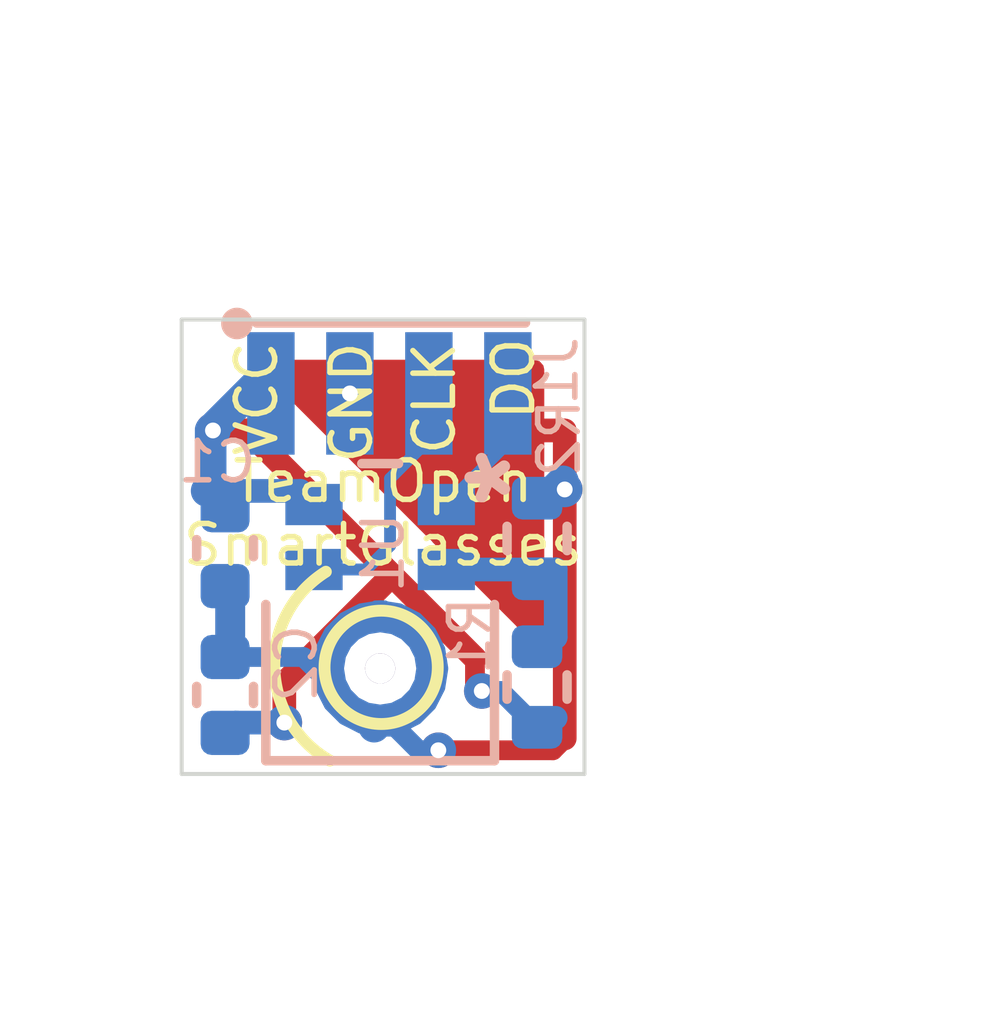
<source format=kicad_pcb>
(kicad_pcb (version 20211014) (generator pcbnew)
  (title_block (company "Parkview Research Labs"))
  (layers (0 "F.Cu" signal) (31 "B.Cu" signal) (34 "B.Paste" user) (35 "F.Paste" user) (36 "B.SilkS" user "B.Silkscreen") (37 "F.SilkS" user "F.Silkscreen") (38 "B.Mask" user) (39 "F.Mask" user) (44 "Edge.Cuts" user))
  (net 0 "")
  (net 1 "Net-(C1-Pad2)")
  (net 2 "GND")
  (net 3 "Net-(R1-Pad2)")
  (net 4 "Net-(J1-Pad4)")
  (net 5 "Net-(J1-Pad3)")
  (footprint "Pauls_KiCAD_Libraries:Microhone_Graphic_sml" (layer "F.Cu") (at 150.876 96.1009 180)
    (fp_text reference "G1" hide)
    (fp_text value "Microphone_Graphic")
    (fp_arc (start 0.649207 -1.180369) (mid 1.352524 0.00041) (end 0.7 1.21) (layer "F.SilkS") (width 0.15))
    (fp_circle (center 0 0) (end 0.71 -0.1) (layer "F.SilkS") (width 0.15) (fill none))
  )
  (footprint "OSSG_footprints_endpiece:Solder-4P-Connector" (layer "B.Cu") (at 150.95 92.65)
    (fp_text reference "J1" (at 2.15 -0.3 270) (layer "B.SilkS") (effects (font (size 0.5 0.5) (thickness 0.07)) (justify mirror)))
    (fp_text value "PDM Mic")
    (fp_line (start -1.65 -0.91) (end 1.75 -0.91) (layer "B.SilkS") (width 0.127))
    (fp_circle (center -1.9 -0.9) (end -1.8 -0.9) (layer "B.SilkS") (width 0.2) (fill none))
    (pad "1" smd rect (at -1.47 -0.015) (size 0.6 1.55) (layers "B.Cu" "B.Paste" "B.Mask") (net 1 "Net-(C1-Pad2)"))
    (pad "2" smd rect (at -0.47 -0.015) (size 0.6 1.55) (layers "B.Cu" "B.Paste" "B.Mask") (net 2 "GND"))
    (pad "3" smd rect (at 0.53 -0.015) (size 0.6 1.55) (layers "B.Cu" "B.Paste" "B.Mask") (net 5 "Net-(J1-Pad3)"))
    (pad "4" smd rect (at 1.53 -0.015) (size 0.6 1.55) (layers "B.Cu" "B.Paste" "B.Mask") (net 4 "Net-(J1-Pad4)"))
  )
  (footprint "OSSG_footprints_endpiece:MP23DB01HPTR" (layer "B.Cu") (at 150.8633 95.4024 90)
    (fp_text reference "U1" (at 0.7524 0.0367 270) (layer "B.SilkS") (effects (font (size 0.5 0.5) (thickness 0.07)) (justify mirror)))
    (fp_text value "MIC" hide)
    (fp_text user "*" (at 1.7024 1.6867 270) (layer "B.SilkS") (effects (justify mirror)))
    (fp_line (start 1.8796 -0.232645) (end 1.8796 0.232645) (layer "B.SilkS") (width 0.12))
    (fp_line (start 0.097167 1.4478) (end -1.8796 1.4478) (layer "B.SilkS") (width 0.12))
    (fp_line (start -1.8796 1.4478) (end -1.8796 -1.4478) (layer "B.SilkS") (width 0.12))
    (fp_line (start -1.8796 -1.4478) (end 0.097167 -1.4478) (layer "B.SilkS") (width 0.12))
    (pad "1" smd rect (at 1.3614 0.837747) (size 0.725 0.522) (layers "B.Cu" "B.Paste" "B.Mask") (net 4 "Net-(J1-Pad4)"))
    (pad "2" smd rect (at 0.5394 0.837747) (size 0.725 0.522) (layers "B.Cu" "B.Paste" "B.Mask") (net 3 "Net-(R1-Pad2)"))
    (pad "3" smd custom (at -1.373 0 90) (size 0.0508 0.0508) (layers "B.Cu" "B.Paste" "B.Mask") (net 2 "GND") (options (clearance outline) (anchor rect)) (primitives (gr_poly (pts (xy 1.470107 0.07084) (xy 1.4732 0) (xy 1.433419 -0.251169) (xy 1.317969 -0.477752) (xy 1.138152 -0.657569) (xy 0.911569 -0.773019) (xy 0.6604 -0.8128) (xy 0.409231 -0.773019) (xy 0.182648 -0.657569) (xy 0.002831 -0.477752) (xy -0.112619 -0.251169) (xy -0.1524 0) (xy -0.149307 0.07084) (xy 0.154333 0.044275) (xy 0.1524 0) (xy 0.177263 -0.156981) (xy 0.249419 -0.298595) (xy 0.361805 -0.410981) (xy 0.503419 -0.483137) (xy 0.6604 -0.508) (xy 0.817381 -0.483137) (xy 0.958995 -0.410981) (xy 1.071381 -0.298595) (xy 1.143537 -0.156981) (xy 1.1684 0) (xy 1.166467 0.044275)) (width 0.1) (fill yes)) (gr_poly (pts (xy 1.470107 -0.07084) (xy 1.4732 0) (xy 1.433419 0.251169) (xy 1.317969 0.477752) (xy 1.138152 0.657569) (xy 0.911569 0.773019) (xy 0.6604 0.8128) (xy 0.409231 0.773019) (xy 0.182648 0.657569) (xy 0.002831 0.477752) (xy -0.112619 0.251169) (xy -0.1524 0) (xy -0.149307 -0.07084) (xy 0.154333 -0.044275) (xy 0.1524 0) (xy 0.177263 0.156981) (xy 0.249419 0.298595) (xy 0.361805 0.410981) (xy 0.503419 0.483137) (xy 0.6604 0.508) (xy 0.817381 0.483137) (xy 0.958995 0.410981) (xy 1.071381 0.298595) (xy 1.143537 0.156981) (xy 1.1684 0) (xy 1.166467 -0.044275)) (width 0.1) (fill yes))))
    (pad "4" smd rect (at 0.5394 -0.837747) (size 0.725 0.522) (layers "B.Cu" "B.Paste" "B.Mask") (net 5 "Net-(J1-Pad3)"))
    (pad "5" smd rect (at 1.3614 -0.837747) (size 0.725 0.522) (layers "B.Cu" "B.Paste" "B.Mask") (net 1 "Net-(C1-Pad2)"))
    (pad "6" thru_hole circle (at -0.7126 0 90) (size 0.381 0.381) (drill 0.381) (layers *.Cu *.Mask))
  )
  (footprint "Capacitor_SMD:C_0402_1005Metric" (layer "B.Cu") (at 148.9 94.5932 90)
    (fp_text reference "C1" (at 1.0932 -0.1 180) (layer "B.SilkS") (effects (font (size 0.5 0.5) (thickness 0.07)) (justify mirror)))
    (fp_text value "100nF/C0G")
    (fp_line (start -0.107836 0.36) (end 0.107836 0.36) (layer "B.SilkS") (width 0.12))
    (fp_line (start -0.107836 -0.36) (end 0.107836 -0.36) (layer "B.SilkS") (width 0.12))
    (pad "1" smd roundrect locked (at -0.48 0 90) (size 0.56 0.62) (layers "B.Cu" "B.Paste" "B.Mask") (net 2 "GND"))
    (pad "2" smd roundrect locked (at 0.48 0 90) (size 0.56 0.62) (layers "B.Cu" "B.Paste" "B.Mask") (net 1 "Net-(C1-Pad2)"))
  )
  (footprint "Capacitor_SMD:C_0402_1005Metric" (layer "B.Cu") (at 148.9 96.45 -90)
    (fp_text reference "C2" (at -0.4 -0.9 -90) (layer "B.SilkS") (effects (font (size 0.5 0.5) (thickness 0.07)) (justify mirror)))
    (fp_text value "1uF/C0G")
    (fp_line (start -0.107836 0.36) (end 0.107836 0.36) (layer "B.SilkS") (width 0.12))
    (fp_line (start -0.107836 -0.36) (end 0.107836 -0.36) (layer "B.SilkS") (width 0.12))
    (pad "1" smd roundrect locked (at -0.48 0 270) (size 0.56 0.62) (layers "B.Cu" "B.Paste" "B.Mask") (net 2 "GND"))
    (pad "2" smd roundrect locked (at 0.48 0 270) (size 0.56 0.62) (layers "B.Cu" "B.Paste" "B.Mask") (net 1 "Net-(C1-Pad2)"))
  )
  (footprint "Resistor_SMD:R_0402_1005Metric" (layer "B.Cu") (at 152.85 96.35 90)
    (fp_text reference "R1" (at 0.65 -0.85 270) (layer "B.SilkS") (effects (font (size 0.5 0.5) (thickness 0.07)) (justify mirror)))
    (fp_text value "10K*")
    (fp_line (start -0.153641 0.38) (end 0.153641 0.38) (layer "B.SilkS") (width 0.12))
    (fp_line (start -0.153641 -0.38) (end 0.153641 -0.38) (layer "B.SilkS") (width 0.12))
    (pad "1" smd roundrect locked (at -0.51 0 90) (size 0.54 0.64) (layers "B.Cu" "B.Paste" "B.Mask") (net 1 "Net-(C1-Pad2)"))
    (pad "2" smd roundrect locked (at 0.51 0 90) (size 0.54 0.64) (layers "B.Cu" "B.Paste" "B.Mask") (net 3 "Net-(R1-Pad2)"))
  )
  (footprint "Resistor_SMD:R_0402_1005Metric" (layer "B.Cu") (at 152.850001 94.4704 90)
    (fp_text reference "R2" (at 1.2704 0.279399 270) (layer "B.SilkS") (effects (font (size 0.5 0.5) (thickness 0.07)) (justify mirror)))
    (fp_text value "10K*")
    (fp_line (start -0.153641 0.38) (end 0.153641 0.38) (layer "B.SilkS") (width 0.12))
    (fp_line (start -0.153641 -0.38) (end 0.153641 -0.38) (layer "B.SilkS") (width 0.12))
    (pad "1" smd roundrect locked (at -0.51 0 90) (size 0.54 0.64) (layers "B.Cu" "B.Paste" "B.Mask") (net 3 "Net-(R1-Pad2)"))
    (pad "2" smd roundrect locked (at 0.51 0 90) (size 0.54 0.64) (layers "B.Cu" "B.Paste" "B.Mask") (net 2 "GND"))
  )
  (gr_line (start 148.35 97.45) (end 148.35 91.7) (layer "Edge.Cuts") (width 0.05))
  (gr_line (start 153.45 97.45) (end 148.35 97.45) (layer "Edge.Cuts") (width 0.05))
  (gr_line (start 153.45 91.7) (end 153.45 97.45) (layer "Edge.Cuts") (width 0.05))
  (gr_line (start 148.35 91.7) (end 153.45 91.7) (layer "Edge.Cuts") (width 0.05))
  (gr_text "GND" (at 150.5 92.75 90) (layer "F.SilkS") (effects (font (size 0.5 0.5) (thickness 0.07))))
  (gr_text "CLK" (at 151.55 92.7 90) (layer "F.SilkS") (effects (font (size 0.5 0.5) (thickness 0.07))))
  (gr_text "DO" (at 152.5524 92.45 90) (layer "F.SilkS") (effects (font (size 0.5 0.5) (thickness 0.07))))
  (gr_text "VCC" (at 149.3 92.7 90) (layer "F.SilkS") (effects (font (size 0.5 0.5) (thickness 0.07))))
  (gr_text "TeamOpen\nSmartGlasses" (at 150.9 94.15) (layer "F.SilkS") (effects (font (size 0.5 0.5) (thickness 0.07))))
  (segment (start 151.013692 94.936308) (end 152.063692 95.986308) (width 0.3) (layer "F.Cu") (net 1))
  (segment (start 151.013692 94.936308) (end 149.65 96.3) (width 0.3) (layer "F.Cu") (net 1))
  (segment (start 149.285592 93.208208) (end 151.013692 94.936308) (width 0.3) (layer "F.Cu") (net 1))
  (segment (start 152.063692 95.986308) (end 152.063692 96.313692) (width 0.25) (layer "F.Cu") (net 1))
  (segment (start 148.7463 93.1037) (end 149.181084 93.1037) (width 0.3) (layer "F.Cu") (net 1))
  (segment (start 148.717 93.1037) (end 148.7463 93.1037) (width 0.3) (layer "F.Cu") (net 1))
  (segment (start 149.181084 93.1037) (end 149.285592 93.208208) (width 0.3) (layer "F.Cu") (net 1))
  (segment (start 149.65 96.3) (end 149.65 96.8) (width 0.3) (layer "F.Cu") (net 1))
  (segment (start 152.05 96) (end 152.063692 95.986308) (width 0.25) (layer "F.Cu") (net 1))
  (segment (start 152.063692 96.313692) (end 152.15 96.4) (width 0.25) (layer "F.Cu") (net 1))
  (via (at 149.65 96.8) (size 0.45) (drill 0.2) (layers "F.Cu" "B.Cu") (net 1))
  (via (at 148.7463 93.1037) (size 0.45) (drill 0.2) (layers "F.Cu" "B.Cu") (net 1))
  (via (at 152.15 96.4) (size 0.45) (drill 0.2) (layers "F.Cu" "B.Cu") (net 1))
  (segment (start 148.717 93.1037) (end 148.717 93.8175) (width 0.4) (layer "B.Cu") (net 1))
  (segment (start 149.65 96.8) (end 149.03 96.8) (width 0.3) (layer "B.Cu") (net 1))
  (segment (start 149.03 96.8) (end 148.9 96.93) (width 0.3) (layer "B.Cu") (net 1))
  (segment (start 149.4568 92.3639) (end 148.717 93.1037) (width 0.4) (layer "B.Cu") (net 1))
  (segment (start 148.717 93.8175) (end 148.6662 93.8683) (width 0.4) (layer "B.Cu") (net 1))
  (segment (start 152.15 96.4) (end 152.39 96.4) (width 0.25) (layer "B.Cu") (net 1))
  (segment (start 153.0858 96.7399) (end 152.698145 96.7399) (width 0.3) (layer "B.Cu") (net 1))
  (segment (start 149.4568 92.0854) (end 149.4568 92.3639) (width 0.4) (layer "B.Cu") (net 1))
  (segment (start 148.6662 93.8683) (end 149.852853 93.8683) (width 0.3) (layer "B.Cu") (net 1))
  (segment (start 149.852853 93.8683) (end 150.025553 94.041) (width 0.3) (layer "B.Cu") (net 1))
  (segment (start 152.39 96.4) (end 152.85 96.86) (width 0.25) (layer "B.Cu") (net 1))
  (segment (start 153.2001 93.1037) (end 150.5839 93.1037) (width 0.3) (layer "F.Cu") (net 2))
  (segment (start 153.2001 97.0001) (end 153.2001 93.8499) (width 0.3) (layer "F.Cu") (net 2))
  (segment (start 150.5839 93.1037) (end 150.5839 92.7389) (width 0.3) (layer "F.Cu") (net 2))
  (segment (start 150.5839 92.7389) (end 150.48 92.635) (width 0.3) (layer "F.Cu") (net 2))
  (segment (start 153.0502 97.15) (end 153.2001 97.0001) (width 0.25) (layer "F.Cu") (net 2))
  (segment (start 151.6 97.15) (end 153.0502 97.15) (width 0.25) (layer "F.Cu") (net 2))
  (segment (start 153.2001 93.8499) (end 153.2001 93.1037) (width 0.3) (layer "F.Cu") (net 2))
  (via (at 150.48 92.635) (size 0.45) (drill 0.2) (layers "F.Cu" "B.Cu") (net 2))
  (via (at 153.2001 93.8499) (size 0.45) (drill 0.2) (layers "F.Cu" "B.Cu") (net 2))
  (via (at 151.6 97.15) (size 0.45) (drill 0.2) (layers "F.Cu" "B.Cu") (net 2))
  (segment (start 148.9 95.0732) (end 148.9 95.97) (width 0.25) (layer "B.Cu") (net 2))
  (segment (start 153.178499 93.747602) (end 153.085801 93.8403) (width 0.4) (layer "B.Cu") (net 2))
  (segment (start 149.890954 95.97) (end 150.772554 96.8516) (width 0.25) (layer "B.Cu") (net 2))
  (segment (start 150.772554 96.8516) (end 150.7871 96.8516) (width 0.25) (layer "B.Cu") (net 2))
  (segment (start 151.35 97.15) (end 151.0516 96.8516) (width 0.25) (layer "B.Cu") (net 2))
  (segment (start 148.9 95.97) (end 149.890954 95.97) (width 0.25) (layer "B.Cu") (net 2))
  (segment (start 150.7871 96.8516) (end 150.8633 96.7754) (width 0.4) (layer "B.Cu") (net 2))
  (segment (start 153.142421 93.8403) (end 153.085801 93.8403) (width 0.4) (layer "B.Cu") (net 2))
  (segment (start 151.0516 96.8516) (end 150.7871 96.8516) (width 0.25) (layer "B.Cu") (net 2))
  (segment (start 151.6 97.15) (end 151.35 97.15) (width 0.25) (layer "B.Cu") (net 2))
  (segment (start 153.083101 94.863) (end 153.085801 94.8603) (width 0.3) (layer "B.Cu") (net 3))
  (segment (start 153.085801 95.719899) (end 153.0858 95.7199) (width 0.3) (layer "B.Cu") (net 3))
  (segment (start 151.701047 94.863) (end 153.083101 94.863) (width 0.3) (layer "B.Cu") (net 3))
  (segment (start 153.085801 94.8603) (end 153.085801 95.719899) (width 0.3) (layer "B.Cu") (net 3))
  (segment (start 152.4568 93.285247) (end 151.701047 94.041) (width 0.15) (layer "B.Cu") (net 4))
  (segment (start 152.4568 92.0854) (end 152.4568 93.285247) (width 0.15) (layer "B.Cu") (net 4))
  (segment (start 150.688053 94.863) (end 150.988546 94.562507) (width 0.15) (layer "B.Cu") (net 5))
  (segment (start 150.988546 93.711454) (end 151.48 93.22) (width 0.15) (layer "B.Cu") (net 5))
  (segment (start 151.48 93.22) (end 151.48 92.635) (width 0.15) (layer "B.Cu") (net 5))
  (segment (start 150.988546 94.562507) (end 150.988546 93.711454) (width 0.15) (layer "B.Cu") (net 5))
  (segment (start 150.025553 94.863) (end 150.688053 94.863) (width 0.15) (layer "B.Cu") (net 5))
  (segment (start 151.4568 93.031745) (end 151.4568 92.0854) (width 0.15) (layer "B.Cu") (net 5))
  (zone (net 2) (net_name "GND") (layer "F.Cu") (connect_pads (clearance 0.508)) (min_thickness 0.254) (fill yes (thermal_gap 0.508) (thermal_bridge_width 0.508))
    (polygon (pts (xy 154.559 98.8949) (xy 154.5971 98.8949) (xy 154.559 98.933) (xy 154.559 99.0092) (xy 154.4828 99.0092) (xy 154.559 98.933) (xy 154.559 98.8949) (xy 147.3708 98.8949) (xy 147.3708 90.3605) (xy 154.559 90.3605)))
  )
  (zone (net 2) (net_name "GND") (layer "B.Cu") (connect_pads (clearance 0.508)) (min_thickness 0.254) (fill yes (thermal_gap 0.508) (thermal_bridge_width 0.508))
    (polygon (pts (xy 155.575 100.6221) (xy 146.05 100.6221) (xy 146.05 89.9414) (xy 155.575 89.9414)))
  )
)
</source>
